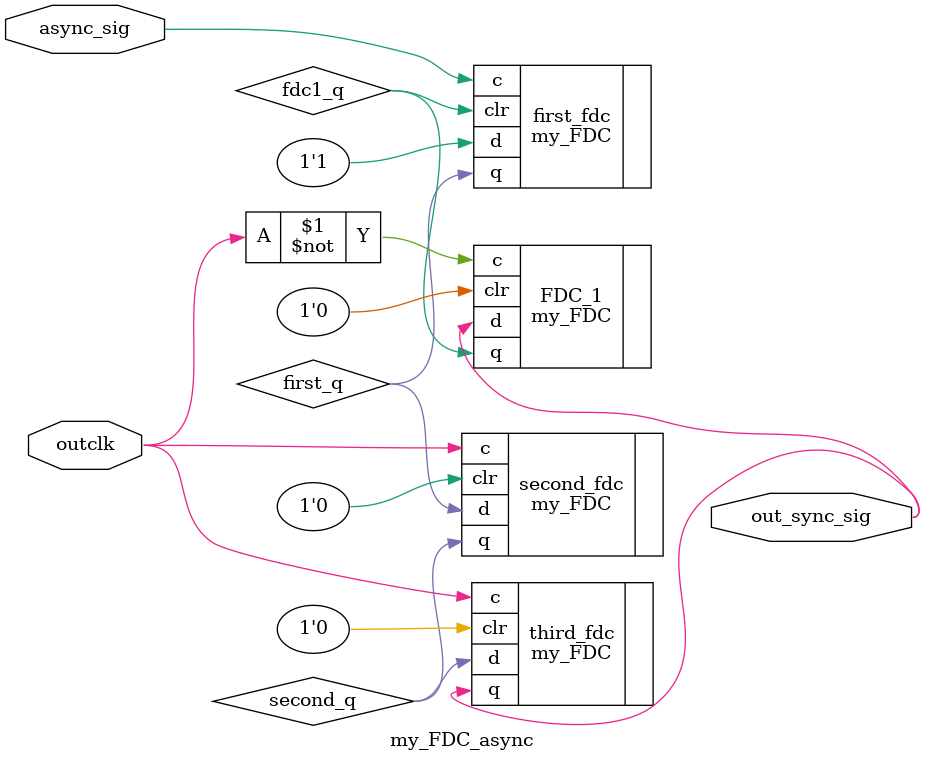
<source format=sv>
`default_nettype none

module my_FDC_async(
	input logic async_sig,
	input logic outclk,
	output logic out_sync_sig);
	
	logic first_q, second_q, fdc1_q;
	
	my_FDC first_fdc(
		.d(1'b1),
		.c(async_sig),
		.clr(fdc1_q),
		.q(first_q));
		
	my_FDC second_fdc(
		.d(first_q),
		.c(outclk),
		.q(second_q),
		.clr(1'b0));
		
	my_FDC third_fdc(
		.d(second_q),
		.c(outclk),
		.clr(1'b0),
		.q(out_sync_sig));
	
	my_FDC FDC_1(
		.d(out_sync_sig),
		.c(~outclk),
		.clr(1'b0),
		.q(fdc1_q));
		
endmodule

</source>
